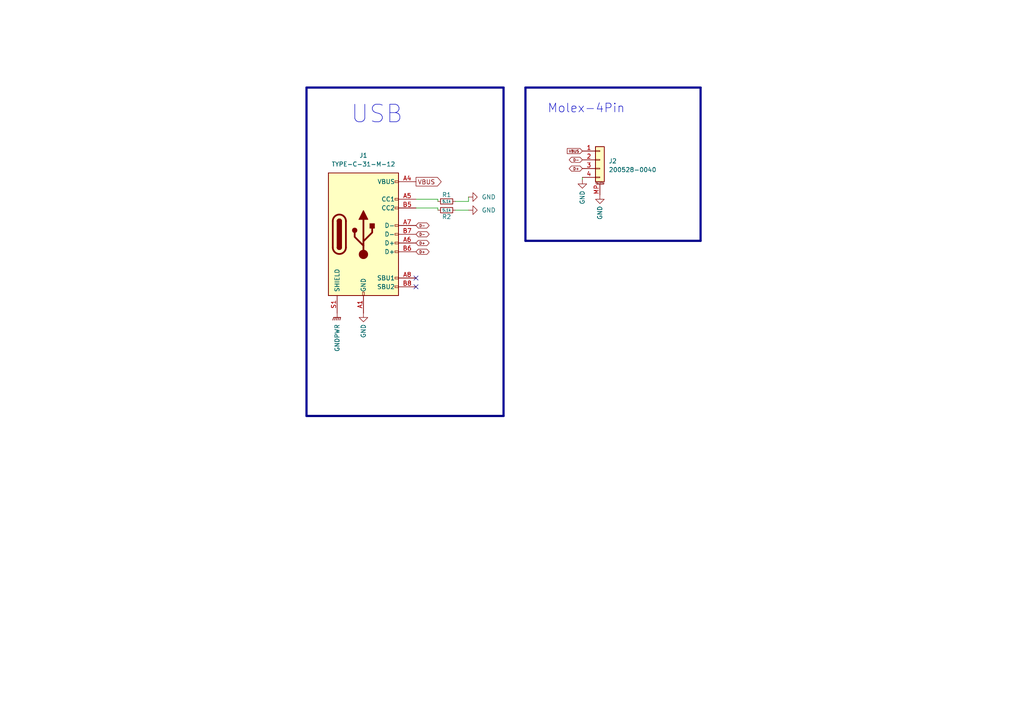
<source format=kicad_sch>
(kicad_sch (version 20231120) (generator "eeschema") (generator_version "8.0")
  (paper "A4")
  (title_block (title "Unified Daughterboard UDB-S1") (date "2022-09-16") (rev "V1.0.0"))
  (lib_symbols
    (symbol "Connector:USB_C_Receptacle_USB2.0" (pin_names (offset 1.016))
      (property "Reference" "J" (at -10.16 19.05 0))
      (property "Value" "USB_C_Receptacle_USB2.0" (at 19.05 19.05 0))
      (symbol "USB_C_Receptacle_USB2.0_0_0"
        (rectangle (start -0.254 -17.78) (end 0.254 -16.764))
        (rectangle (start 10.16 -14.986) (end 9.144 -15.494))
        (rectangle (start 10.16 -12.446) (end 9.144 -12.954))
        (rectangle (start 10.16 -4.826) (end 9.144 -5.334))
        (rectangle (start 10.16 -2.286) (end 9.144 -2.794))
        (rectangle (start 10.16 0.254) (end 9.144 -0.254))
        (rectangle (start 10.16 2.794) (end 9.144 2.286))
        (rectangle (start 10.16 7.874) (end 9.144 7.366))
        (rectangle (start 10.16 10.414) (end 9.144 9.906))
        (rectangle (start 10.16 15.494) (end 9.144 14.986))
      )
      (symbol "USB_C_Receptacle_USB2.0_0_1"
        (rectangle (start -10.16 17.78) (end 10.16 -17.78) (stroke (width 0.254)) (fill (type background)))
        (arc (start -8.89 -3.81) (mid -6.985 -5.7066) (end -5.08 -3.81) (stroke (width 0.508)))
        (arc (start -7.62 -3.81) (mid -6.985 -4.4422) (end -6.35 -3.81) (stroke (width 0.254)))
        (arc (start -7.62 -3.81) (mid -6.985 -4.4422) (end -6.35 -3.81) (stroke (width 0.254)) (fill (type outline)))
        (rectangle (start -7.62 -3.81) (end -6.35 3.81) (stroke (width 0.254)) (fill (type outline)))
        (arc (start -6.35 3.81) (mid -6.985 4.4422) (end -7.62 3.81) (stroke (width 0.254)))
        (arc (start -6.35 3.81) (mid -6.985 4.4422) (end -7.62 3.81) (stroke (width 0.254)) (fill (type outline)))
        (arc (start -5.08 3.81) (mid -6.985 5.7066) (end -8.89 3.81) (stroke (width 0.508)))
        (circle (center -2.54 1.143) (radius 0.635) (stroke (width 0.254)) (fill (type outline)))
        (circle (center 0 -5.842) (radius 1.27) (fill (type outline)))
        (polyline (pts (xy -8.89 -3.81) (xy -8.89 3.81)) (stroke (width 0.508)))
        (polyline (pts (xy -5.08 3.81) (xy -5.08 -3.81)) (stroke (width 0.508)))
        (polyline (pts (xy 0 -5.842) (xy 0 4.318)) (stroke (width 0.508)))
        (polyline (pts (xy 0 -3.302) (xy -2.54 -0.762) (xy -2.54 0.508)) (stroke (width 0.508)))
        (polyline (pts (xy 0 -2.032) (xy 2.54 0.508) (xy 2.54 1.778)) (stroke (width 0.508)))
        (polyline (pts (xy -1.27 4.318) (xy 0 6.858) (xy 1.27 4.318) (xy -1.27 4.318)) (stroke (width 0.254)) (fill (type outline)))
        (rectangle (start 1.905 1.778) (end 3.175 3.048) (stroke (width 0.254)) (fill (type outline)))
      )
      (symbol "USB_C_Receptacle_USB2.0_1_1"
        (pin passive line (at 0 -22.86 90) (length 5.08) (name "GND") (number "A1"))
        (pin passive line (at 0 -22.86 90) (length 5.08) hide (name "GND") (number "A12"))
        (pin passive line (at 15.24 15.24 180) (length 5.08) (name "VBUS") (number "A4"))
        (pin bidirectional line (at 15.24 10.16 180) (length 5.08) (name "CC1") (number "A5"))
        (pin bidirectional line (at 15.24 -2.54 180) (length 5.08) (name "D+") (number "A6"))
        (pin bidirectional line (at 15.24 2.54 180) (length 5.08) (name "D-") (number "A7"))
        (pin bidirectional line (at 15.24 -12.7 180) (length 5.08) (name "SBU1") (number "A8"))
        (pin passive line (at 15.24 15.24 180) (length 5.08) hide (name "VBUS") (number "A9"))
        (pin passive line (at 0 -22.86 90) (length 5.08) hide (name "GND") (number "B1"))
        (pin passive line (at 0 -22.86 90) (length 5.08) hide (name "GND") (number "B12"))
        (pin passive line (at 15.24 15.24 180) (length 5.08) hide (name "VBUS") (number "B4"))
        (pin bidirectional line (at 15.24 7.62 180) (length 5.08) (name "CC2") (number "B5"))
        (pin bidirectional line (at 15.24 -5.08 180) (length 5.08) (name "D+") (number "B6"))
        (pin bidirectional line (at 15.24 0 180) (length 5.08) (name "D-") (number "B7"))
        (pin bidirectional line (at 15.24 -15.24 180) (length 5.08) (name "SBU2") (number "B8"))
        (pin passive line (at 15.24 15.24 180) (length 5.08) hide (name "VBUS") (number "B9"))
        (pin passive line (at -7.62 -22.86 90) (length 5.08) (name "SHIELD") (number "S1"))
      )
    )
    (symbol "Connector_Generic_MountingPin:Conn_01x04_MountingPin" (pin_names (offset 1.016) hide)
      (property "Reference" "J" (at 0 5.08 0))
      (property "Value" "Conn_01x04_MountingPin" (at 1.27 -7.62 0))
      (symbol "Conn_01x04_MountingPin_1_1"
        (rectangle (start -1.27 -4.953) (end 0 -5.207) (stroke (width 0.1524)))
        (rectangle (start -1.27 -2.413) (end 0 -2.667) (stroke (width 0.1524)))
        (rectangle (start -1.27 0.127) (end 0 -0.127) (stroke (width 0.1524)))
        (rectangle (start -1.27 2.667) (end 0 2.413) (stroke (width 0.1524)))
        (rectangle (start -1.27 3.81) (end 1.27 -6.35) (stroke (width 0.254)) (fill (type background)))
        (polyline (pts (xy -1.016 -7.112) (xy 1.016 -7.112)) (stroke (width 0.1524)))
        (text "Mounting" (at 0 -6.731 0) (effects (font (size 0.381 0.381))))
        (pin passive line (at -5.08 2.54 0) (length 3.81) (name "Pin_1") (number "1"))
        (pin passive line (at -5.08 0 0) (length 3.81) (name "Pin_2") (number "2"))
        (pin passive line (at -5.08 -2.54 0) (length 3.81) (name "Pin_3") (number "3"))
        (pin passive line (at -5.08 -5.08 0) (length 3.81) (name "Pin_4") (number "4"))
        (pin passive line (at 0 -10.16 90) (length 3.048) (name "MountPin") (number "MP"))
      )
    )
    (symbol "Device:R_Small" (pin_numbers hide) (pin_names (offset 0.254) hide)
      (property "Reference" "R" (at 0.762 0.508 0))
      (property "Value" "R_Small" (at 0.762 -1.016 0))
      (symbol "R_Small_0_1"
        (rectangle (start -0.762 1.778) (end 0.762 -1.778) (stroke (width 0.2032)))
      )
      (symbol "R_Small_1_1"
        (pin passive line (at 0 2.54 270) (length 0.762) (name "~") (number "1"))
        (pin passive line (at 0 -2.54 90) (length 0.762) (name "~") (number "2"))
      )
    )
    (symbol "GND_1" (power) (pin_numbers hide) (pin_names (offset 0) hide)
      (property "Value" "GND" (at 0 -3.81 0))
      (symbol "GND_1_0_1"
        (polyline (pts (xy 0 0) (xy 0 -1.27) (xy 1.27 -1.27) (xy 0 -2.54) (xy -1.27 -1.27) (xy 0 -1.27)))
      )
      (symbol "GND_1_1_1"
        (pin power_in line (at 0 0 270) (length 0) (name "~") (number "1"))
      )
    )
    (symbol "GND_2" (power) (pin_numbers hide) (pin_names (offset 0) hide)
      (property "Value" "GND" (at 0 -3.81 0))
      (symbol "GND_2_0_1"
        (polyline (pts (xy 0 0) (xy 0 -1.27) (xy 1.27 -1.27) (xy 0 -2.54) (xy -1.27 -1.27) (xy 0 -1.27)))
      )
      (symbol "GND_2_1_1"
        (pin power_in line (at 0 0 270) (length 0) (name "~") (number "1"))
      )
    )
    (symbol "power:GND" (power) (pin_names (offset 0))
      (property "Value" "GND" (at 0 -3.81 0))
      (symbol "GND_0_1"
        (polyline (pts (xy 0 0) (xy 0 -1.27) (xy 1.27 -1.27) (xy 0 -2.54) (xy -1.27 -1.27) (xy 0 -1.27)))
      )
      (symbol "GND_1_1"
        (pin power_in line (at 0 0 270) (length 0) hide (name "GND") (number "1"))
      )
    )
    (symbol "power:GNDPWR" (power) (pin_names (offset 0))
      (property "Value" "GNDPWR" (at 0 -3.302 0))
      (symbol "GNDPWR_0_1"
        (polyline (pts (xy 0 -1.27) (xy 0 0)))
        (polyline (pts (xy -1.016 -1.27) (xy -1.27 -2.032) (xy -1.27 -2.032)) (stroke (width 0.2032)))
        (polyline (pts (xy -0.508 -1.27) (xy -0.762 -2.032) (xy -0.762 -2.032)) (stroke (width 0.2032)))
        (polyline (pts (xy 0 -1.27) (xy -0.254 -2.032) (xy -0.254 -2.032)) (stroke (width 0.2032)))
        (polyline (pts (xy 0.508 -1.27) (xy 0.254 -2.032) (xy 0.254 -2.032)) (stroke (width 0.2032)))
        (polyline (pts (xy 1.016 -1.27) (xy -1.016 -1.27) (xy -1.016 -1.27)) (stroke (width 0.2032)))
        (polyline (pts (xy 1.016 -1.27) (xy 0.762 -2.032) (xy 0.762 -2.032) (xy 0.762 -2.032)) (stroke (width 0.2032)))
      )
      (symbol "GNDPWR_1_1"
        (pin power_in line (at 0 0 270) (length 0) hide (name "GNDPWR") (number "1"))
      )
    )
  )
  (no_connect (at 120.65 83.185))
  (no_connect (at 120.65 80.645))
  (bus (pts (xy 146.05 25.4) (xy 146.05 120.65)) (stroke (width 0.635)))
  (bus (pts (xy 88.9 120.65) (xy 146.05 120.65)) (stroke (width 0.635)))
  (bus (pts (xy 203.2 25.4) (xy 203.2 69.85)) (stroke (width 0.635)))
  (wire (pts (xy 132.08 58.42) (xy 135.89 58.42)))
  (wire (pts (xy 127 58.42) (xy 127 57.785)))
  (wire (pts (xy 127 57.785) (xy 120.65 57.785)))
  (bus (pts (xy 152.4 25.4) (xy 203.2 25.4)) (stroke (width 0.635)))
  (wire (pts (xy 135.89 58.42) (xy 135.89 57.15)))
  (bus (pts (xy 88.9 25.4) (xy 146.05 25.4)) (stroke (width 0.635)))
  (bus (pts (xy 88.9 25.4) (xy 88.9 120.65)) (stroke (width 0.635)))
  (bus (pts (xy 203.2 69.85) (xy 152.4 69.85)) (stroke (width 0.635)))
  (bus (pts (xy 152.4 25.4) (xy 152.4 69.85)) (stroke (width 0.635)))
  (wire (pts (xy 127 60.96) (xy 127 60.325)))
  (wire (pts (xy 168.91 52.07) (xy 168.91 51.435)))
  (wire (pts (xy 132.08 60.96) (xy 135.89 60.96)))
  (wire (pts (xy 127 60.325) (xy 120.65 60.325)))
  (text "USB" (at 101.6 36.195 0) (effects (font (size 5.08 5.08)) (justify left bottom)))
  (text "Molex-4Pin" (at 158.75 33.02 0) (effects (font (size 2.54 2.54)) (justify left bottom)))
  (global_label "VBUS" (shape output) (at 120.65 52.705 0) (property "Intersheetrefs" "${INTERSHEET_REFS}" (effects (hide yes))))
  (global_label "D+" (shape bidirectional) (at 168.91 48.895 180) (effects (font (size 0.762 0.762))) (property "Intersheetrefs" "${INTERSHEET_REFS}" (effects (hide yes))))
  (global_label "D-" (shape bidirectional) (at 120.65 67.945 0) (effects (font (size 0.762 0.762))) (property "Intersheetrefs" "${INTERSHEET_REFS}" (effects (hide yes))))
  (global_label "VBUS" (shape input) (at 168.91 43.815 180) (effects (font (size 0.762 0.762))) (property "Intersheetrefs" "${INTERSHEET_REFS}" (effects (hide yes))))
  (global_label "D-" (shape bidirectional) (at 120.65 65.405 0) (effects (font (size 0.762 0.762))) (property "Intersheetrefs" "${INTERSHEET_REFS}" (effects (hide yes))))
  (global_label "D+" (shape bidirectional) (at 120.65 70.485 0) (effects (font (size 0.762 0.762))) (property "Intersheetrefs" "${INTERSHEET_REFS}" (effects (hide yes))))
  (global_label "D-" (shape bidirectional) (at 168.91 46.355 180) (effects (font (size 0.762 0.762))) (property "Intersheetrefs" "${INTERSHEET_REFS}" (effects (hide yes))))
  (global_label "D+" (shape bidirectional) (at 120.65 73.025 0) (effects (font (size 0.762 0.762))) (property "Intersheetrefs" "${INTERSHEET_REFS}" (effects (hide yes))))
  (symbol (lib_id "power:GND") (at 168.91 52.07 0) (unit 1)
    (property "Reference" "#PWR04" (effects (hide yes)))
    (property "Value" "GND" (at 168.91 55.245 90) (effects (justify right)))
  )
  (symbol (lib_id "power:GNDPWR") (at 97.79 90.805 0) (unit 1)
    (property "Reference" "#PWR09" (effects (hide yes)))
    (property "Value" "GNDPWR" (at 97.79 93.98 90) (effects (justify right)))
  )
  (symbol (lib_id "Connector:USB_C_Receptacle_USB2.0") (at 105.41 67.945 0) (unit 1)
    (property "Reference" "J1" (at 105.41 45.085 0))
    (property "Value" "TYPE-C-31-M-12" (at 105.41 47.625 0))
    (property "Footprint" "Connector_USB:USB_C_Receptacle_HRO_TYPE-C-31-M-12" (effects (hide yes)))
    (property "Datasheet" "https://www.usb.org/sites/default/files/documents/usb_type-c.zip" (effects (hide yes)))
    (property "Manufacturer" "Koren Hroparts" (effects (hide yes)))
    (property "Manufacturer Part Number" "TYPE-C-31-M-12" (effects (hide yes)))
    (property "LCSC Part Number" "C165948" (effects (hide yes)))
  )
  (symbol (lib_name "GND_2") (lib_id "power:GND") (at 135.89 60.96 90) (unit 1)
    (property "Reference" "#PWR02" (effects (hide yes)))
    (property "Value" "GND" (at 139.7 60.9599 90) (effects (justify right)))
    (property "Description" "Power symbol creates a global label with name \"GND\" , ground" (effects (hide yes)))
  )
  (symbol (lib_id "Connector_Generic_MountingPin:Conn_01x04_MountingPin") (at 173.99 46.355 0) (unit 1)
    (property "Reference" "J2" (at 176.53 46.7105 0) (effects (justify left)))
    (property "Value" "200528-0040" (at 176.53 49.2505 0) (effects (justify left)))
    (property "Footprint" "Connector_FFC-FPC:Molex_200528-0040_1x04-1MP_P1.00mm_Horizontal" (effects (hide yes)))
    (property "Manufacturer" "MOLEX" (effects (hide yes)))
    (property "Manufacturer Part Number" "78171-0004" (effects (hide yes)))
    (property "LCSC Part Number" "C588524" (effects (hide yes)))
  )
  (symbol (lib_id "power:GND") (at 105.41 90.805 0) (unit 1)
    (property "Reference" "#PWR010" (effects (hide yes)))
    (property "Value" "GND" (at 105.41 93.98 90) (effects (justify right)))
  )
  (symbol (lib_id "power:GND") (at 173.99 56.515 0) (unit 1)
    (property "Reference" "#PWR06" (effects (hide yes)))
    (property "Value" "GND" (at 173.99 59.69 90) (effects (justify right)))
  )
  (symbol (lib_id "Device:R_Small") (at 129.54 58.42 270) (unit 1)
    (property "Reference" "R1" (at 129.54 56.515 90))
    (property "Value" "5.1k" (at 129.54 58.42 90) (effects (font (size 0.762 0.762))))
    (property "Footprint" "Resistor_SMD:R_0805_2012Metric_Pad1.20x1.40mm_HandSolder" (effects (hide yes)))
  )
  (symbol (lib_name "GND_1") (lib_id "power:GND") (at 135.89 57.15 90) (unit 1)
    (property "Reference" "#PWR01" (effects (hide yes)))
    (property "Value" "GND" (at 139.7 57.1499 90) (effects (justify right)))
    (property "Description" "Power symbol creates a global label with name \"GND\" , ground" (effects (hide yes)))
  )
  (symbol (lib_id "Device:R_Small") (at 129.54 60.96 90) (unit 1)
    (property "Reference" "R2" (at 129.54 62.865 90))
    (property "Value" "5.1k" (at 129.54 60.96 90) (effects (font (size 0.762 0.762))))
    (property "Footprint" "Resistor_SMD:R_0805_2012Metric_Pad1.20x1.40mm_HandSolder" (effects (hide yes)))
  )
)
</source>
